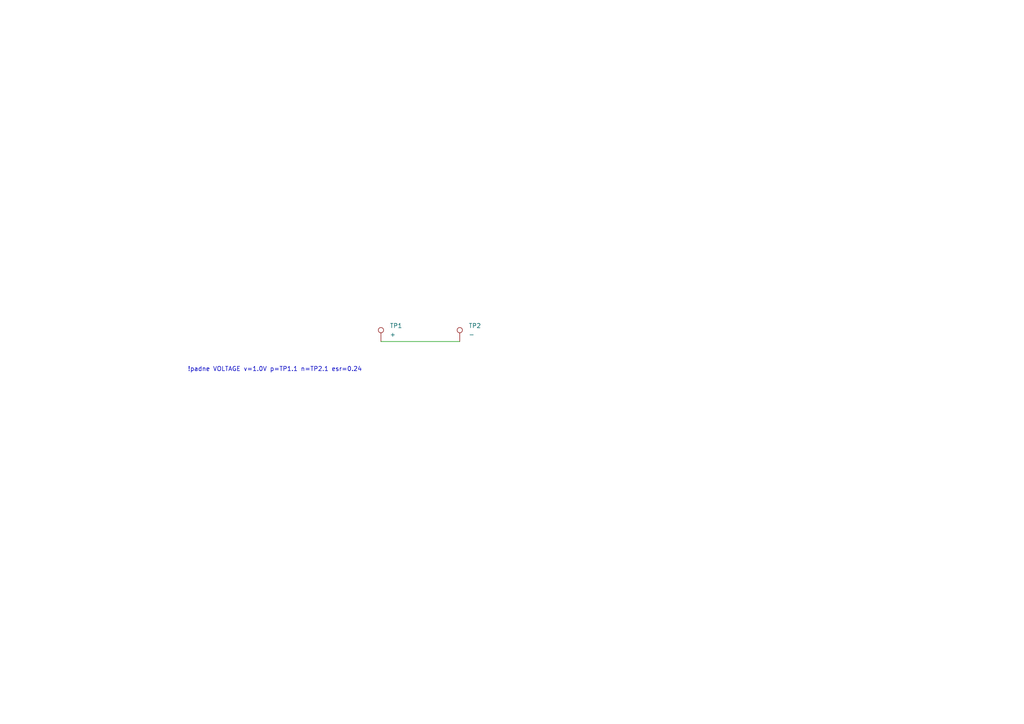
<source format=kicad_sch>
(kicad_sch (version 20231120) (generator "eeschema") (generator_version "8.0")
  (paper "A4")
  (lib_symbols
    (symbol "Connector:TestPoint" (pin_numbers hide) (pin_names (offset 0.762) hide)
      (property "Reference" "TP" (at 0 6.858 0))
      (property "Value" "TestPoint" (at 0 5.08 0))
      (symbol "TestPoint_0_1"
        (circle (center 0 3.302) (radius 0.762))
      )
      (symbol "TestPoint_1_1"
        (pin passive line (at 0 0 90) (length 2.54) (name "1") (number "1"))
      )
    )
  )
  (wire (pts (xy 110.49 99.06) (xy 133.35 99.06)))
  (text "!padne VOLTAGE v=1.0V p=TP1.1 n=TP2.1 esr=0.24" (at 79.756 107.188 0) (effects (font (size 1.27 1.27))))
  (symbol (lib_id "Connector:TestPoint") (at 133.35 99.06 0) (unit 1)
    (property "Reference" "TP2" (at 135.89 94.4879 0) (effects (justify left)))
    (property "Value" "-" (at 135.89 97.0279 0) (effects (justify left)))
    (property "Footprint" "TestPoint:TestPoint_Pad_D2.0mm" (effects (hide yes)))
    (property "Description" "test point" (effects (hide yes)))
  )
  (symbol (lib_id "Connector:TestPoint") (at 110.49 99.06 0) (unit 1)
    (property "Reference" "TP1" (at 113.03 94.4879 0) (effects (justify left)))
    (property "Value" "+" (at 113.03 97.0279 0) (effects (justify left)))
    (property "Footprint" "TestPoint:TestPoint_Pad_D2.0mm" (effects (hide yes)))
    (property "Description" "test point" (effects (hide yes)))
  )
)
</source>
